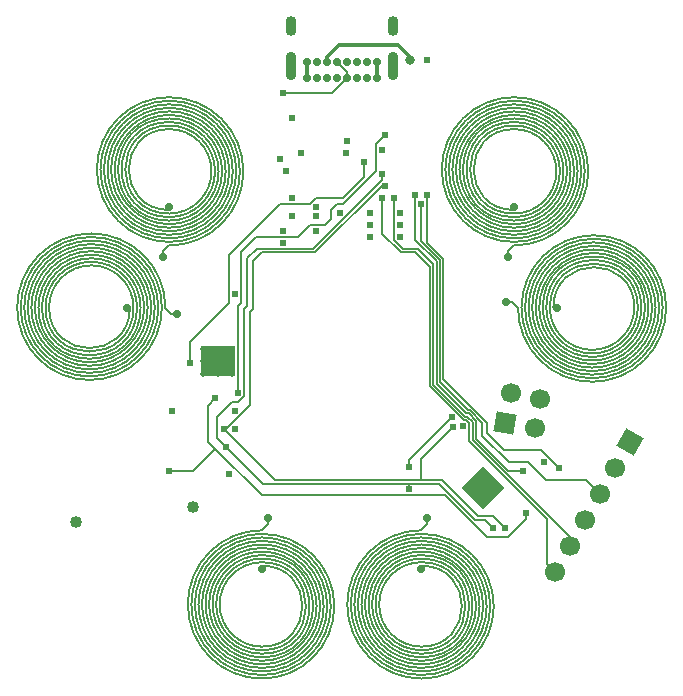
<source format=gbl>
%TF.GenerationSoftware,KiCad,Pcbnew,(6.0.8)*%
%TF.CreationDate,2023-12-19T18:45:34-08:00*%
%TF.ProjectId,OS3M_Mouse,4f53334d-5f4d-46f7-9573-652e6b696361,rev?*%
%TF.SameCoordinates,Original*%
%TF.FileFunction,Copper,L4,Bot*%
%TF.FilePolarity,Positive*%
%FSLAX46Y46*%
G04 Gerber Fmt 4.6, Leading zero omitted, Abs format (unit mm)*
G04 Created by KiCad (PCBNEW (6.0.8)) date 2023-12-19 18:45:34*
%MOMM*%
%LPD*%
G01*
G04 APERTURE LIST*
G04 Aperture macros list*
%AMHorizOval*
0 Thick line with rounded ends*
0 $1 width*
0 $2 $3 position (X,Y) of the first rounded end (center of the circle)*
0 $4 $5 position (X,Y) of the second rounded end (center of the circle)*
0 Add line between two ends*
20,1,$1,$2,$3,$4,$5,0*
0 Add two circle primitives to create the rounded ends*
1,1,$1,$2,$3*
1,1,$1,$4,$5*%
%AMRotRect*
0 Rectangle, with rotation*
0 The origin of the aperture is its center*
0 $1 length*
0 $2 width*
0 $3 Rotation angle, in degrees counterclockwise*
0 Add horizontal line*
21,1,$1,$2,0,0,$3*%
G04 Aperture macros list end*
%TA.AperFunction,EtchedComponent*%
%ADD10C,0.150000*%
%TD*%
%TA.AperFunction,ComponentPad*%
%ADD11C,0.700000*%
%TD*%
%TA.AperFunction,ComponentPad*%
%ADD12C,0.500000*%
%TD*%
%TA.AperFunction,SMDPad,CuDef*%
%ADD13R,3.000000X2.600000*%
%TD*%
%TA.AperFunction,ComponentPad*%
%ADD14RotRect,1.700000X1.700000X330.000000*%
%TD*%
%TA.AperFunction,ComponentPad*%
%ADD15HorizOval,1.700000X0.000000X0.000000X0.000000X0.000000X0*%
%TD*%
%TA.AperFunction,ComponentPad*%
%ADD16O,0.900000X1.700000*%
%TD*%
%TA.AperFunction,ComponentPad*%
%ADD17O,0.900000X2.400000*%
%TD*%
%TA.AperFunction,ComponentPad*%
%ADD18RotRect,1.700000X1.700000X170.000000*%
%TD*%
%TA.AperFunction,ComponentPad*%
%ADD19HorizOval,1.700000X0.000000X0.000000X0.000000X0.000000X0*%
%TD*%
%TA.AperFunction,SMDPad,CuDef*%
%ADD20RotRect,2.600000X2.600000X135.000000*%
%TD*%
%TA.AperFunction,ViaPad*%
%ADD21C,0.609600*%
%TD*%
%TA.AperFunction,ViaPad*%
%ADD22C,1.016000*%
%TD*%
%TA.AperFunction,ViaPad*%
%ADD23C,0.800000*%
%TD*%
%TA.AperFunction,Conductor*%
%ADD24C,0.152400*%
%TD*%
%TA.AperFunction,Conductor*%
%ADD25C,0.304800*%
%TD*%
G04 APERTURE END LIST*
D10*
%TO.C,L1*%
X157034844Y-90570000D02*
X156534844Y-90570000D01*
X157534844Y-91070000D02*
X157034844Y-90570000D01*
X167384844Y-91070000D02*
G75*
G03*
X160534844Y-91070000I-3425000J0D01*
G01*
X169784844Y-91070000D02*
G75*
G03*
X158134844Y-91070000I-5825000J0D01*
G01*
X158134844Y-91070000D02*
G75*
G03*
X169484844Y-91070000I5675000J-1982D01*
G01*
X157534844Y-91070000D02*
G75*
G03*
X170084844Y-91070000I6275000J-1793D01*
G01*
X158434844Y-91070000D02*
G75*
G03*
X169184844Y-91070000I5375000J-2093D01*
G01*
X168884844Y-91070000D02*
G75*
G03*
X159034844Y-91070000I-4925000J0D01*
G01*
X167984844Y-91070000D02*
G75*
G03*
X159934844Y-91070000I-4025000J0D01*
G01*
X159634844Y-91070000D02*
G75*
G03*
X167984844Y-91070000I4175000J-2695D01*
G01*
X168284844Y-91070000D02*
G75*
G03*
X159634844Y-91070000I-4325000J0D01*
G01*
X168584844Y-91070000D02*
G75*
G03*
X159334844Y-91070000I-4625000J0D01*
G01*
X160234844Y-91070000D02*
G75*
G03*
X167384844Y-91070000I3575000J-3147D01*
G01*
X159934844Y-91070000D02*
G75*
G03*
X167684844Y-91070000I3875000J-2903D01*
G01*
X159334844Y-91070000D02*
G75*
G03*
X168284844Y-91070000I4475000J-2514D01*
G01*
X170084844Y-91070000D02*
G75*
G03*
X157834844Y-91070000I-6125000J0D01*
G01*
X167684844Y-91070000D02*
G75*
G03*
X160234844Y-91070000I-3725000J0D01*
G01*
X157834844Y-91070000D02*
G75*
G03*
X169784844Y-91070000I5975000J-1883D01*
G01*
X169184844Y-91070000D02*
G75*
G03*
X158734844Y-91070000I-5225000J0D01*
G01*
X169484844Y-91070000D02*
G75*
G03*
X158434844Y-91070000I-5525000J0D01*
G01*
X159034844Y-91070000D02*
G75*
G03*
X168584844Y-91070000I4775000J-2356D01*
G01*
X158734844Y-91070000D02*
G75*
G03*
X168884844Y-91070000I5075000J-2217D01*
G01*
%TO.C,L2*%
X157209844Y-85805000D02*
X156709844Y-86305000D01*
X156709844Y-86305000D02*
X156709844Y-86805000D01*
X157209844Y-75955000D02*
G75*
G03*
X157209844Y-82805000I0J-3425000D01*
G01*
X157209844Y-83705000D02*
G75*
G03*
X157209844Y-75355000I2695J4175000D01*
G01*
X157209844Y-74455000D02*
G75*
G03*
X157209844Y-84305000I0J-4925000D01*
G01*
X157209844Y-84005000D02*
G75*
G03*
X157209844Y-75055000I2514J4475000D01*
G01*
X157209844Y-85205000D02*
G75*
G03*
X157209844Y-73855000I1982J5675000D01*
G01*
X157209844Y-75655000D02*
G75*
G03*
X157209844Y-83105000I0J-3725000D01*
G01*
X157209844Y-85805000D02*
G75*
G03*
X157209844Y-73255000I1793J6275000D01*
G01*
X157209844Y-73255000D02*
G75*
G03*
X157209844Y-85505000I0J-6125000D01*
G01*
X157209844Y-83105000D02*
G75*
G03*
X157209844Y-75955000I3147J3575000D01*
G01*
X157209844Y-83405000D02*
G75*
G03*
X157209844Y-75655000I2903J3875000D01*
G01*
X157209844Y-74155000D02*
G75*
G03*
X157209844Y-84605000I0J-5225000D01*
G01*
X157209844Y-85505000D02*
G75*
G03*
X157209844Y-73555000I1883J5975000D01*
G01*
X157209844Y-73855000D02*
G75*
G03*
X157209844Y-84905000I0J-5525000D01*
G01*
X157209844Y-84905000D02*
G75*
G03*
X157209844Y-74155000I2093J5375000D01*
G01*
X157209844Y-73555000D02*
G75*
G03*
X157209844Y-85205000I0J-5825000D01*
G01*
X157209844Y-84305000D02*
G75*
G03*
X157209844Y-74755000I2356J4775000D01*
G01*
X157209844Y-75055000D02*
G75*
G03*
X157209844Y-83705000I0J-4325000D01*
G01*
X157209844Y-75355000D02*
G75*
G03*
X157209844Y-83405000I0J-4025000D01*
G01*
X157209844Y-84605000D02*
G75*
G03*
X157209844Y-74455000I2217J5075000D01*
G01*
X157209844Y-74755000D02*
G75*
G03*
X157209844Y-84005000I0J-4625000D01*
G01*
%TO.C,L3*%
X136359844Y-109425000D02*
X136359844Y-108925000D01*
X135859844Y-109925000D02*
X136359844Y-109425000D01*
X135859844Y-110525000D02*
G75*
G03*
X135859844Y-121875000I-1982J-5675000D01*
G01*
X135859844Y-110825000D02*
G75*
G03*
X135859844Y-121575000I-2093J-5375000D01*
G01*
X135859844Y-120075000D02*
G75*
G03*
X135859844Y-112625000I0J3725000D01*
G01*
X135859844Y-121875000D02*
G75*
G03*
X135859844Y-110825000I0J5525000D01*
G01*
X135859844Y-111725000D02*
G75*
G03*
X135859844Y-120675000I-2514J-4475000D01*
G01*
X135859844Y-120975000D02*
G75*
G03*
X135859844Y-111725000I0J4625000D01*
G01*
X135859844Y-111125000D02*
G75*
G03*
X135859844Y-121275000I-2217J-5075000D01*
G01*
X135859844Y-121575000D02*
G75*
G03*
X135859844Y-111125000I0J5225000D01*
G01*
X135859844Y-122475000D02*
G75*
G03*
X135859844Y-110225000I0J6125000D01*
G01*
X135859844Y-122175000D02*
G75*
G03*
X135859844Y-110525000I0J5825000D01*
G01*
X135859844Y-111425000D02*
G75*
G03*
X135859844Y-120975000I-2356J-4775000D01*
G01*
X135859844Y-110225000D02*
G75*
G03*
X135859844Y-122175000I-1883J-5975000D01*
G01*
X135859844Y-112025000D02*
G75*
G03*
X135859844Y-120375000I-2695J-4175000D01*
G01*
X135859844Y-119775000D02*
G75*
G03*
X135859844Y-112925000I0J3425000D01*
G01*
X135859844Y-120375000D02*
G75*
G03*
X135859844Y-112325000I0J4025000D01*
G01*
X135859844Y-112325000D02*
G75*
G03*
X135859844Y-120075000I-2903J-3875000D01*
G01*
X135859844Y-109925000D02*
G75*
G03*
X135859844Y-122475000I-1793J-6275000D01*
G01*
X135859844Y-121275000D02*
G75*
G03*
X135859844Y-111425000I0J4925000D01*
G01*
X135859844Y-120675000D02*
G75*
G03*
X135859844Y-112025000I0J4325000D01*
G01*
X135859844Y-112625000D02*
G75*
G03*
X135859844Y-119775000I-3147J-3575000D01*
G01*
%TO.C,L5*%
X127509844Y-86305000D02*
X127509844Y-86805000D01*
X128009844Y-85805000D02*
X127509844Y-86305000D01*
X128009844Y-73855000D02*
G75*
G03*
X128009844Y-84905000I0J-5525000D01*
G01*
X128009844Y-74455000D02*
G75*
G03*
X128009844Y-84305000I0J-4925000D01*
G01*
X128009844Y-75955000D02*
G75*
G03*
X128009844Y-82805000I0J-3425000D01*
G01*
X128009844Y-84905000D02*
G75*
G03*
X128009844Y-74155000I2093J5375000D01*
G01*
X128009844Y-75355000D02*
G75*
G03*
X128009844Y-83405000I0J-4025000D01*
G01*
X128009844Y-83705000D02*
G75*
G03*
X128009844Y-75355000I2695J4175000D01*
G01*
X128009844Y-85805000D02*
G75*
G03*
X128009844Y-73255000I1793J6275000D01*
G01*
X128009844Y-73255000D02*
G75*
G03*
X128009844Y-85505000I0J-6125000D01*
G01*
X128009844Y-73555000D02*
G75*
G03*
X128009844Y-85205000I0J-5825000D01*
G01*
X128009844Y-74155000D02*
G75*
G03*
X128009844Y-84605000I0J-5225000D01*
G01*
X128009844Y-85205000D02*
G75*
G03*
X128009844Y-73855000I1982J5675000D01*
G01*
X128009844Y-74755000D02*
G75*
G03*
X128009844Y-84005000I0J-4625000D01*
G01*
X128009844Y-85505000D02*
G75*
G03*
X128009844Y-73555000I1883J5975000D01*
G01*
X128009844Y-84005000D02*
G75*
G03*
X128009844Y-75055000I2514J4475000D01*
G01*
X128009844Y-75055000D02*
G75*
G03*
X128009844Y-83705000I0J-4325000D01*
G01*
X128009844Y-75655000D02*
G75*
G03*
X128009844Y-83105000I0J-3725000D01*
G01*
X128009844Y-83405000D02*
G75*
G03*
X128009844Y-75655000I2903J3875000D01*
G01*
X128009844Y-84305000D02*
G75*
G03*
X128009844Y-74755000I2356J4775000D01*
G01*
X128009844Y-84605000D02*
G75*
G03*
X128009844Y-74455000I2217J5075000D01*
G01*
X128009844Y-83105000D02*
G75*
G03*
X128009844Y-75955000I3147J3575000D01*
G01*
%TO.C,L4*%
X149859844Y-109425000D02*
X149859844Y-108925000D01*
X149359844Y-109925000D02*
X149859844Y-109425000D01*
X149359844Y-120075000D02*
G75*
G03*
X149359844Y-112625000I0J3725000D01*
G01*
X149359844Y-110825000D02*
G75*
G03*
X149359844Y-121575000I-2093J-5375000D01*
G01*
X149359844Y-122175000D02*
G75*
G03*
X149359844Y-110525000I0J5825000D01*
G01*
X149359844Y-111425000D02*
G75*
G03*
X149359844Y-120975000I-2356J-4775000D01*
G01*
X149359844Y-112625000D02*
G75*
G03*
X149359844Y-119775000I-3147J-3575000D01*
G01*
X149359844Y-121575000D02*
G75*
G03*
X149359844Y-111125000I0J5225000D01*
G01*
X149359844Y-110525000D02*
G75*
G03*
X149359844Y-121875000I-1982J-5675000D01*
G01*
X149359844Y-121275000D02*
G75*
G03*
X149359844Y-111425000I0J4925000D01*
G01*
X149359844Y-122475000D02*
G75*
G03*
X149359844Y-110225000I0J6125000D01*
G01*
X149359844Y-110225000D02*
G75*
G03*
X149359844Y-122175000I-1883J-5975000D01*
G01*
X149359844Y-112325000D02*
G75*
G03*
X149359844Y-120075000I-2903J-3875000D01*
G01*
X149359844Y-111725000D02*
G75*
G03*
X149359844Y-120675000I-2514J-4475000D01*
G01*
X149359844Y-120975000D02*
G75*
G03*
X149359844Y-111725000I0J4625000D01*
G01*
X149359844Y-121875000D02*
G75*
G03*
X149359844Y-110825000I0J5525000D01*
G01*
X149359844Y-112025000D02*
G75*
G03*
X149359844Y-120375000I-2695J-4175000D01*
G01*
X149359844Y-120675000D02*
G75*
G03*
X149359844Y-112025000I0J4325000D01*
G01*
X149359844Y-111125000D02*
G75*
G03*
X149359844Y-121275000I-2217J-5075000D01*
G01*
X149359844Y-109925000D02*
G75*
G03*
X149359844Y-122475000I-1793J-6275000D01*
G01*
X149359844Y-120375000D02*
G75*
G03*
X149359844Y-112325000I0J4025000D01*
G01*
X149359844Y-119775000D02*
G75*
G03*
X149359844Y-112925000I0J3425000D01*
G01*
%TO.C,L6*%
X127684844Y-91070000D02*
X128184844Y-91570000D01*
X128184844Y-91570000D02*
X128684844Y-91570000D01*
X125584844Y-91070000D02*
G75*
G03*
X117234844Y-91070000I-4175000J2695D01*
G01*
X126784844Y-91070000D02*
G75*
G03*
X116034844Y-91070000I-5375000J2093D01*
G01*
X127684844Y-91070000D02*
G75*
G03*
X115134844Y-91070000I-6275000J1793D01*
G01*
X116334844Y-91070000D02*
G75*
G03*
X126184844Y-91070000I4925000J0D01*
G01*
X124984844Y-91070000D02*
G75*
G03*
X117834844Y-91070000I-3575000J3147D01*
G01*
X116934844Y-91070000D02*
G75*
G03*
X125584844Y-91070000I4325000J0D01*
G01*
X127084844Y-91070000D02*
G75*
G03*
X115734844Y-91070000I-5675000J1982D01*
G01*
X117234844Y-91070000D02*
G75*
G03*
X125284844Y-91070000I4025000J0D01*
G01*
X125284844Y-91070000D02*
G75*
G03*
X117534844Y-91070000I-3875000J2903D01*
G01*
X126184844Y-91070000D02*
G75*
G03*
X116634844Y-91070000I-4775000J2356D01*
G01*
X117834844Y-91070000D02*
G75*
G03*
X124684844Y-91070000I3425000J0D01*
G01*
X116634844Y-91070000D02*
G75*
G03*
X125884844Y-91070000I4625000J0D01*
G01*
X126484844Y-91070000D02*
G75*
G03*
X116334844Y-91070000I-5075000J2217D01*
G01*
X125884844Y-91070000D02*
G75*
G03*
X116934844Y-91070000I-4475000J2514D01*
G01*
X117534844Y-91070000D02*
G75*
G03*
X124984844Y-91070000I3725000J0D01*
G01*
X115734844Y-91070000D02*
G75*
G03*
X126784844Y-91070000I5525000J0D01*
G01*
X115434844Y-91070000D02*
G75*
G03*
X127084844Y-91070000I5825000J0D01*
G01*
X127384844Y-91070000D02*
G75*
G03*
X115434844Y-91070000I-5975000J1883D01*
G01*
X115134844Y-91070000D02*
G75*
G03*
X127384844Y-91070000I6125000J0D01*
G01*
X116034844Y-91070000D02*
G75*
G03*
X126484844Y-91070000I5225000J0D01*
G01*
%TD*%
D11*
%TO.P,L1,*%
%TO.N,*%
X160809844Y-91070000D03*
X156534844Y-90570000D03*
%TD*%
%TO.P,L2,*%
%TO.N,*%
X156709844Y-86805000D03*
X157209844Y-82530000D03*
%TD*%
%TO.P,L3,*%
%TO.N,*%
X136359844Y-108925000D03*
X135859844Y-113200000D03*
%TD*%
D12*
%TO.P,U4,13,GND*%
%TO.N,GND*%
X133359844Y-95600000D03*
X130859844Y-95600000D03*
X130859844Y-94550000D03*
X132109844Y-94550000D03*
X133359844Y-94550000D03*
D13*
X132109844Y-95600000D03*
D12*
X133359844Y-96650000D03*
X132109844Y-96650000D03*
X132109844Y-95600000D03*
X130859844Y-96650000D03*
%TD*%
D11*
%TO.P,L5,*%
%TO.N,*%
X127509844Y-86805000D03*
X128009844Y-82530000D03*
%TD*%
%TO.P,L4,*%
%TO.N,*%
X149359844Y-113200000D03*
X149859844Y-108925000D03*
%TD*%
D14*
%TO.P,J1,1,Pin_1*%
%TO.N,GND*%
X167005000Y-102450739D03*
D15*
%TO.P,J1,2,Pin_2*%
%TO.N,+3.3V*%
X165735000Y-104650444D03*
%TO.P,J1,3,Pin_3*%
%TO.N,/UART2_TX*%
X164465000Y-106850148D03*
%TO.P,J1,4,Pin_4*%
%TO.N,/UART2_RX*%
X163195000Y-109049853D03*
%TO.P,J1,5,Pin_5*%
%TO.N,/SWDIO*%
X161925000Y-111249557D03*
%TO.P,J1,6,Pin_6*%
%TO.N,/SWCLK*%
X160655000Y-113449262D03*
%TD*%
D11*
%TO.P,J2,A1,GND*%
%TO.N,GND*%
X145584844Y-71625000D03*
%TO.P,J2,A4,VBUS*%
%TO.N,VBUS*%
X144734844Y-71625000D03*
%TO.P,J2,A5,CC1*%
%TO.N,/CC1*%
X143884844Y-71625000D03*
%TO.P,J2,A6,D+*%
%TO.N,/USB_ESD_D+*%
X143034844Y-71625000D03*
%TO.P,J2,A7,D-*%
%TO.N,/USB_ESD_D-*%
X142184844Y-71625000D03*
%TO.P,J2,A8,SBU1*%
%TO.N,unconnected-(J2-PadA8)*%
X141334844Y-71625000D03*
%TO.P,J2,A9,VBUS*%
%TO.N,VBUS*%
X140484844Y-71625000D03*
%TO.P,J2,A12,GND*%
%TO.N,GND*%
X139634844Y-71625000D03*
%TO.P,J2,B1,GND*%
X139634844Y-70275000D03*
%TO.P,J2,B4,VBUS*%
%TO.N,VBUS*%
X140484844Y-70275000D03*
%TO.P,J2,B5,CC2*%
%TO.N,/CC2*%
X141334844Y-70275000D03*
%TO.P,J2,B6,D+*%
%TO.N,/USB_ESD_D+*%
X142184844Y-70275000D03*
%TO.P,J2,B7,D-*%
%TO.N,/USB_ESD_D-*%
X143034844Y-70275000D03*
%TO.P,J2,B8,SBU2*%
%TO.N,unconnected-(J2-PadB8)*%
X143884844Y-70275000D03*
%TO.P,J2,B9,VBUS*%
%TO.N,VBUS*%
X144734844Y-70275000D03*
%TO.P,J2,B12,GND*%
%TO.N,GND*%
X145584844Y-70275000D03*
D16*
%TO.P,J2,S1,SHIELD*%
%TO.N,Net-(J2-PadS1)*%
X138284844Y-67265000D03*
D17*
X146934844Y-70645000D03*
X138284844Y-70645000D03*
D16*
X146934844Y-67265000D03*
%TD*%
D11*
%TO.P,L6,*%
%TO.N,*%
X128684844Y-91570000D03*
X124409844Y-91070000D03*
%TD*%
D18*
%TO.P,J3,1,Pin_1*%
%TO.N,+3.3V*%
X156464000Y-100838000D03*
D19*
%TO.P,J3,2,Pin_2*%
%TO.N,GND*%
X158965412Y-101279066D03*
%TO.P,J3,3,Pin_3*%
%TO.N,/I2C1_SDA*%
X156905066Y-98336588D03*
%TO.P,J3,4,Pin_4*%
%TO.N,/I2C1_SCL*%
X159406478Y-98777655D03*
%TD*%
D20*
%TO.P,U2,17,GND*%
%TO.N,GND*%
X154609844Y-106350000D03*
D12*
X155352306Y-105607538D03*
X154609844Y-107834924D03*
X153867382Y-107092462D03*
X153867382Y-105607538D03*
X154609844Y-104865076D03*
X156094768Y-106350000D03*
X154609844Y-106350000D03*
X153124920Y-106350000D03*
X155352306Y-107092462D03*
%TD*%
D21*
%TO.N,VBUS*%
X137922000Y-79502000D03*
X139192000Y-77978000D03*
X137414000Y-78486000D03*
%TO.N,GND*%
X149860000Y-70104000D03*
X147574000Y-85090000D03*
X143046946Y-76979265D03*
X142494000Y-83058000D03*
X159766000Y-104140000D03*
X140462000Y-84582000D03*
X147574000Y-84074000D03*
X147574000Y-83058000D03*
D22*
X130048000Y-107950000D03*
D21*
X128270000Y-99822000D03*
X152908000Y-101092000D03*
X138430000Y-81788000D03*
X138430000Y-75049900D03*
%TO.N,+3.3V*%
X145034000Y-84074000D03*
X133096000Y-105156000D03*
X137668000Y-84582000D03*
X138430000Y-83312000D03*
X137668000Y-85598000D03*
X146050000Y-77724000D03*
X143002000Y-77978000D03*
X133619844Y-99822000D03*
X140462000Y-83312000D03*
X145034000Y-83058000D03*
D22*
X120142000Y-109220000D03*
D21*
X140462000Y-82550000D03*
X145034000Y-85090000D03*
X133604000Y-89916000D03*
X133619844Y-101330156D03*
%TO.N,/~{RST}*%
X129794000Y-95758000D03*
X144526000Y-78740000D03*
%TO.N,/UART2_TX*%
X149352000Y-82296000D03*
%TO.N,/UART2_RX*%
X149860000Y-81534000D03*
X160980000Y-104670000D03*
%TO.N,/SWDIO*%
X147066000Y-81788000D03*
%TO.N,/SWCLK*%
X146050000Y-81788000D03*
%TO.N,/USB_ESD_D+*%
X137668000Y-72898000D03*
%TO.N,/I2C1_SDA*%
X146304000Y-80772000D03*
X132611700Y-101322300D03*
X156464000Y-109728000D03*
X152034964Y-101203036D03*
%TO.N,/I2C1_SCL*%
X132842000Y-102870000D03*
X151941144Y-100330000D03*
X155448000Y-109731117D03*
X146050000Y-79756000D03*
X148336000Y-104543700D03*
X148336000Y-106426000D03*
%TO.N,/LDC1614_INTB*%
X148844000Y-81534000D03*
X157927507Y-104885793D03*
%TO.N,/LDC1612_INTB*%
X146304000Y-76454000D03*
X133858000Y-98298000D03*
%TO.N,/40MHZ_CLK*%
X131919977Y-98760676D03*
X158242000Y-108458000D03*
X128016000Y-104902000D03*
D23*
%TO.N,/CC2*%
X148359844Y-70100000D03*
%TD*%
D24*
%TO.N,/UART2_RX*%
X160980000Y-104635579D02*
X160980000Y-104670000D01*
X159468421Y-103124000D02*
X160980000Y-104635579D01*
X156334000Y-103124000D02*
X159468421Y-103124000D01*
X154930000Y-101720000D02*
X156334000Y-103124000D01*
X154930000Y-100815053D02*
X154930000Y-101720000D01*
X153581349Y-99466402D02*
X154930000Y-100815053D01*
X153568402Y-99466402D02*
X153581349Y-99466402D01*
X151206200Y-97104200D02*
X153568402Y-99466402D01*
X151206200Y-86915937D02*
X151206200Y-97104200D01*
X149859500Y-81534500D02*
X149859500Y-85569237D01*
X149860000Y-81534000D02*
X149859500Y-81534500D01*
X149859500Y-85569237D02*
X151206200Y-86915937D01*
%TO.N,/UART2_TX*%
X159880000Y-105660000D02*
X163274852Y-105660000D01*
X156750000Y-104130000D02*
X158350000Y-104130000D01*
X154530137Y-101910137D02*
X156750000Y-104130000D01*
X158350000Y-104130000D02*
X159880000Y-105660000D01*
X153291198Y-99745802D02*
X153465617Y-99745802D01*
X150926800Y-97381404D02*
X153291198Y-99745802D01*
X150926800Y-87031669D02*
X150926800Y-97381404D01*
X149352000Y-85456869D02*
X150926800Y-87031669D01*
X154530137Y-100810321D02*
X154530137Y-101910137D01*
X149352000Y-82296000D02*
X149352000Y-85456869D01*
X163274852Y-105660000D02*
X164465000Y-106850148D01*
X153465617Y-99745802D02*
X154530137Y-100810321D01*
%TO.N,/LDC1614_INTB*%
X153974800Y-102174536D02*
X156686057Y-104885793D01*
X153974800Y-100650117D02*
X153974800Y-102174536D01*
X150647400Y-97497136D02*
X153175464Y-100025200D01*
X153175464Y-100025200D02*
X153349885Y-100025201D01*
X148844000Y-85344000D02*
X150647400Y-87147400D01*
X153349885Y-100025201D02*
X153974800Y-100650117D01*
X156686057Y-104885793D02*
X157927507Y-104885793D01*
X150647400Y-87147400D02*
X150647400Y-97497136D01*
X148844000Y-81534000D02*
X148844000Y-85344000D01*
%TO.N,/SWDIO*%
X161925000Y-110519868D02*
X161925000Y-111249557D01*
X153695400Y-102290268D02*
X161925000Y-110519868D01*
X153695400Y-100765848D02*
X153695400Y-102290268D01*
X153234153Y-100304600D02*
X153695400Y-100765848D01*
X153059732Y-100304600D02*
X153234153Y-100304600D01*
X149098000Y-86106000D02*
X150368000Y-87376000D01*
X150368000Y-87376000D02*
X150368000Y-97612868D01*
X147828000Y-86106000D02*
X149098000Y-86106000D01*
X150368000Y-97612868D02*
X153059732Y-100304600D01*
X147066000Y-81788000D02*
X147066000Y-85344000D01*
X147066000Y-85344000D02*
X147828000Y-86106000D01*
%TO.N,/SWCLK*%
X160020000Y-109010000D02*
X160020000Y-112814262D01*
X153416000Y-102406000D02*
X160020000Y-109010000D01*
X153416000Y-100881579D02*
X153416000Y-102406000D01*
X153118421Y-100584000D02*
X153416000Y-100881579D01*
X152944000Y-100584000D02*
X153118421Y-100584000D01*
X150088600Y-97728600D02*
X152944000Y-100584000D01*
X150088600Y-87630000D02*
X150088600Y-97728600D01*
X147599400Y-86385400D02*
X148844000Y-86385400D01*
X148844000Y-86385400D02*
X150088600Y-87630000D01*
X160020000Y-112814262D02*
X160655000Y-113449262D01*
X146050000Y-84836000D02*
X147599400Y-86385400D01*
X146050000Y-81788000D02*
X146050000Y-84836000D01*
D25*
%TO.N,GND*%
X145584844Y-70275000D02*
X145584844Y-71625000D01*
X139634844Y-70275000D02*
X139634844Y-71625000D01*
D24*
%TO.N,/~{RST}*%
X133096000Y-90678000D02*
X129794000Y-93980000D01*
X137414000Y-82296000D02*
X133096000Y-86614000D01*
X140462000Y-81788000D02*
X139954000Y-82296000D01*
X144526000Y-80010000D02*
X142748000Y-81788000D01*
X142748000Y-81788000D02*
X140462000Y-81788000D01*
X133096000Y-86614000D02*
X133096000Y-90678000D01*
X139954000Y-82296000D02*
X137414000Y-82296000D01*
X144526000Y-78740000D02*
X144526000Y-80010000D01*
X129794000Y-93980000D02*
X129794000Y-95758000D01*
%TO.N,/USB_ESD_D+*%
X137668000Y-72898000D02*
X141761844Y-72898000D01*
X143034844Y-71625000D02*
X143034844Y-71125000D01*
X141761844Y-72898000D02*
X143034844Y-71625000D01*
X143034844Y-71125000D02*
X142184844Y-70275000D01*
%TO.N,/USB_ESD_D-*%
X143034844Y-70275000D02*
X143034844Y-70425000D01*
%TO.N,/I2C1_SDA*%
X140380166Y-86385400D02*
X135864600Y-86385400D01*
X149352000Y-103886000D02*
X149352000Y-105664000D01*
X135128000Y-91186000D02*
X134874000Y-91440000D01*
X134874000Y-99286265D02*
X132837965Y-101322300D01*
X134874000Y-91440000D02*
X134874000Y-99286265D01*
X156464000Y-109728000D02*
X155448000Y-108712000D01*
X149352000Y-105664000D02*
X136953400Y-105664000D01*
X135128000Y-87122000D02*
X135128000Y-91186000D01*
X146304000Y-80772000D02*
X145993566Y-80772000D01*
X145993566Y-80772000D02*
X140380166Y-86385400D01*
X136953400Y-105664000D02*
X132611700Y-101322300D01*
X155448000Y-108712000D02*
X154178000Y-108712000D01*
X151130000Y-105664000D02*
X148336000Y-105664000D01*
X152034964Y-101203036D02*
X149352000Y-103886000D01*
X132837965Y-101322300D02*
X132611700Y-101322300D01*
X154178000Y-108712000D02*
X151130000Y-105664000D01*
X135864600Y-86385400D02*
X135128000Y-87122000D01*
%TO.N,/I2C1_SCL*%
X140208000Y-86106000D02*
X135425579Y-86106000D01*
X135966200Y-105994200D02*
X132842000Y-102870000D01*
X146050000Y-80264000D02*
X140208000Y-86106000D01*
X134366000Y-98552000D02*
X133858000Y-99060000D01*
X148336000Y-104543700D02*
X148336000Y-103935144D01*
X132080000Y-102108000D02*
X132842000Y-102870000D01*
X148259800Y-105994200D02*
X135966200Y-105994200D01*
X146050000Y-79756000D02*
X146050000Y-80264000D01*
X134620000Y-90932000D02*
X134366000Y-91186000D01*
X148336000Y-103935144D02*
X151941144Y-100330000D01*
X148336000Y-106426000D02*
X148336000Y-105994200D01*
X135425579Y-86106000D02*
X134620000Y-86911579D01*
X133858000Y-99060000D02*
X133350000Y-99060000D01*
X133350000Y-99060000D02*
X132080000Y-100330000D01*
X150876000Y-105994200D02*
X148259800Y-105994200D01*
X132080000Y-100330000D02*
X132080000Y-102108000D01*
X134366000Y-91186000D02*
X134366000Y-98552000D01*
X154759083Y-109042200D02*
X153924000Y-109042200D01*
X134620000Y-86911579D02*
X134620000Y-90932000D01*
X155448000Y-109731117D02*
X154759083Y-109042200D01*
X153924000Y-109042200D02*
X150876000Y-105994200D01*
%TO.N,/LDC1612_INTB*%
X135382000Y-85090000D02*
X134112000Y-86360000D01*
X139954000Y-84074000D02*
X138938000Y-85090000D01*
X142240000Y-82296000D02*
X141732000Y-82804000D01*
X141224000Y-84074000D02*
X139954000Y-84074000D01*
X134112000Y-90678000D02*
X133858000Y-90932000D01*
X133858000Y-90932000D02*
X133858000Y-98298000D01*
X141732000Y-83566000D02*
X141224000Y-84074000D01*
X141732000Y-82804000D02*
X141732000Y-83566000D01*
X146304000Y-76454000D02*
X145542000Y-77216000D01*
X138938000Y-85090000D02*
X135382000Y-85090000D01*
X142748000Y-82296000D02*
X142240000Y-82296000D01*
X145542000Y-79502000D02*
X142748000Y-82296000D01*
X145542000Y-77216000D02*
X145542000Y-79502000D01*
X134112000Y-86360000D02*
X134112000Y-90678000D01*
%TO.N,/40MHZ_CLK*%
X131919977Y-103030023D02*
X135823954Y-106934000D01*
X131919977Y-103030023D02*
X131318000Y-102428046D01*
X128016000Y-104902000D02*
X130048000Y-104902000D01*
X135823954Y-106934000D02*
X151384000Y-106934000D01*
X154940000Y-110490000D02*
X156718000Y-110490000D01*
X130048000Y-104902000D02*
X131318000Y-103632000D01*
X151384000Y-106934000D02*
X154940000Y-110490000D01*
X131318000Y-99362653D02*
X131919977Y-98760676D01*
X156718000Y-110490000D02*
X158242000Y-108966000D01*
X131318000Y-103632000D02*
X131919977Y-103030023D01*
X131318000Y-102428046D02*
X131318000Y-99362653D01*
X158242000Y-108966000D02*
X158242000Y-108458000D01*
D25*
%TO.N,/CC2*%
X147359844Y-68850000D02*
X147859844Y-69350000D01*
X141334844Y-70275000D02*
X141334844Y-69875000D01*
X141859844Y-69350000D02*
X142359844Y-68850000D01*
X148359844Y-69850000D02*
X148359844Y-70100000D01*
X146109844Y-68850000D02*
X147359844Y-68850000D01*
X142359844Y-68850000D02*
X146109844Y-68850000D01*
X147859844Y-69350000D02*
X148359844Y-69850000D01*
X141334844Y-69875000D02*
X141859844Y-69350000D01*
%TD*%
M02*

</source>
